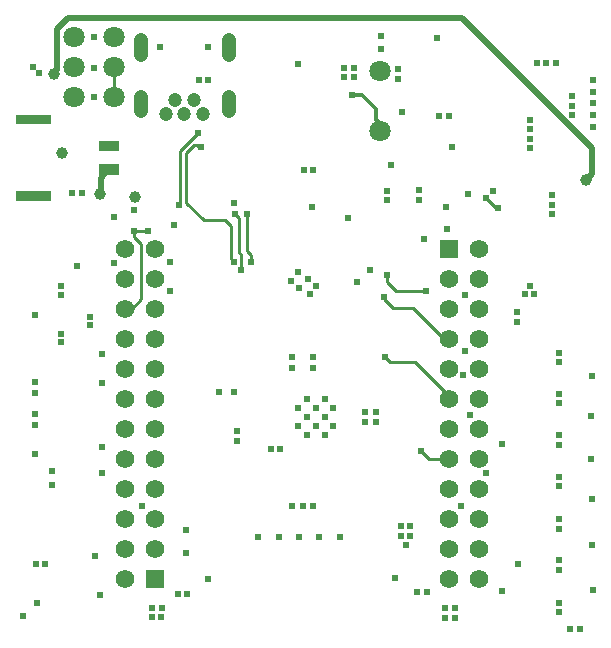
<source format=gbl>
G04 Layer: BottomLayer*
G04 EasyEDA v6.4.25, 2021-10-04T21:02:54--4:00*
G04 e5a6d802368343aa863876e234e9a9e8,96b9eb17c6bf4bf1aa34359f555252a9,10*
G04 Gerber Generator version 0.2*
G04 Scale: 100 percent, Rotated: No, Reflected: No *
G04 Dimensions in millimeters *
G04 leading zeros omitted , absolute positions ,4 integer and 5 decimal *
%FSLAX45Y45*%
%MOMM*%

%ADD10C,0.2540*%
%ADD12C,0.3000*%
%ADD13C,0.5000*%
%ADD15C,0.6096*%
%ADD16C,1.0000*%
%ADD35C,1.8000*%
%ADD36C,1.2000*%
%ADD37R,1.5748X1.5748*%
%ADD38C,1.5748*%
%ADD39C,0.6200*%

%LPD*%
D12*
X1509999Y359989D02*
G01*
X1590161Y359989D01*
X1710077Y240073D01*
X1710077Y149908D01*
X1740042Y119931D01*
X1740042Y59989D01*
D13*
X-630026Y-480014D02*
G01*
X-620120Y-470108D01*
X-620120Y-338536D01*
X-560001Y-269999D01*
D10*
X-340009Y-789995D02*
G01*
X-340009Y-839881D01*
X-280014Y-899876D01*
X-280014Y-1370030D01*
X-357484Y-1447502D01*
X-412094Y-1447502D01*
X-219994Y-789995D02*
G01*
X-340012Y-789995D01*
X-340012Y-789998D01*
X2090008Y-2650012D02*
G01*
X2159525Y-2719529D01*
X2323993Y-2719529D01*
X1799993Y-1159997D02*
G01*
X1799993Y-1219987D01*
X1880011Y-1300002D01*
X2129988Y-1300002D01*
X2323993Y-2211532D02*
G01*
X2323993Y-2184100D01*
X2036465Y-1896572D01*
X1826661Y-1896572D01*
X1790085Y-1859996D01*
X569998Y-1119992D02*
G01*
X569998Y-989924D01*
X550054Y-969980D01*
X550054Y-680036D01*
X520009Y-649991D01*
X2739994Y-600003D02*
G01*
X2729989Y-600003D01*
X2639992Y-510009D01*
D13*
X3099963Y350057D02*
G01*
X3539891Y-89870D01*
X3539891Y-310342D01*
X3490107Y-360126D01*
D10*
X1779925Y-1349964D02*
G01*
X1779925Y-1370030D01*
X1854855Y-1444960D01*
X2025035Y-1444960D01*
X2283861Y-1703786D01*
X2323993Y-1703786D01*
X619907Y-649940D02*
G01*
X619907Y-960074D01*
X649879Y-990046D01*
X649879Y-1049990D01*
X229991Y-79989D02*
G01*
X209979Y-79989D01*
X189885Y-59895D01*
X170073Y-59895D01*
X99969Y-129999D01*
X99969Y-549864D01*
X250085Y-699975D01*
X429915Y-699975D01*
X479950Y-750018D01*
X479950Y-1020018D01*
X509927Y-1049987D01*
X40002Y-570003D02*
G01*
X50012Y-559996D01*
X50012Y-109981D01*
X199994Y39999D01*
D13*
X3141873Y308147D02*
G01*
X2440071Y1009949D01*
X-900028Y1009949D01*
X-989944Y920033D01*
X-989944Y570021D01*
X-1019916Y540049D01*
D10*
X-510011Y600019D02*
G01*
X-510011Y346019D01*
G36*
X-637499Y-25001D02*
G01*
X-637499Y-115001D01*
X-467499Y-115001D01*
X-467499Y-25001D01*
G37*
G36*
X-637499Y-224998D02*
G01*
X-637499Y-314998D01*
X-467499Y-314998D01*
X-467499Y-224998D01*
G37*
G36*
X-1337508Y194995D02*
G01*
X-1337508Y114995D01*
X-1037508Y114995D01*
X-1037508Y194995D01*
G37*
G36*
X-1337508Y-454990D02*
G01*
X-1337508Y-534990D01*
X-1037508Y-534990D01*
X-1037508Y-454990D01*
G37*
D35*
G01*
X1740072Y59964D03*
G01*
X1740072Y559937D03*
D36*
G01*
X-71988Y197454D03*
G01*
X88005Y197454D03*
G01*
X8021Y317825D03*
G01*
X168015Y317825D03*
G01*
X248000Y197454D03*
D35*
G01*
X-510011Y854019D03*
G01*
X-510011Y600019D03*
G01*
X-510011Y346019D03*
G01*
X-850016Y854019D03*
G01*
X-850016Y600019D03*
G01*
X-850016Y346019D03*
D37*
G01*
X-158094Y-3733500D03*
D38*
G01*
X-412094Y-3733500D03*
G01*
X-158094Y-3479500D03*
G01*
X-412094Y-3479500D03*
G01*
X-158094Y-3225500D03*
G01*
X-412094Y-3225500D03*
G01*
X-158094Y-2971500D03*
G01*
X-412094Y-2971500D03*
G01*
X-158094Y-2717500D03*
G01*
X-412094Y-2717500D03*
G01*
X-158094Y-2463500D03*
G01*
X-412094Y-2463500D03*
G01*
X-158094Y-2209500D03*
G01*
X-412094Y-2209500D03*
G01*
X-158094Y-1955500D03*
G01*
X-412094Y-1955500D03*
G01*
X-158094Y-1701500D03*
G01*
X-412094Y-1701500D03*
G01*
X-158094Y-1447500D03*
G01*
X-412094Y-1447500D03*
G01*
X-158094Y-1193500D03*
G01*
X-412094Y-1193500D03*
G01*
X-158094Y-939500D03*
G01*
X-412094Y-939500D03*
D37*
G01*
X2324018Y-941405D03*
D38*
G01*
X2578018Y-941405D03*
G01*
X2324018Y-1195405D03*
G01*
X2578018Y-1195405D03*
G01*
X2324018Y-1449405D03*
G01*
X2578018Y-1449405D03*
G01*
X2324018Y-1703405D03*
G01*
X2578018Y-1703405D03*
G01*
X2324018Y-1957405D03*
G01*
X2578018Y-1957405D03*
G01*
X2324018Y-2211405D03*
G01*
X2578018Y-2211405D03*
G01*
X2324018Y-2465405D03*
G01*
X2578018Y-2465405D03*
G01*
X2324018Y-2719405D03*
G01*
X2578018Y-2719405D03*
G01*
X2324018Y-2973405D03*
G01*
X2578018Y-2973405D03*
G01*
X2324018Y-3227405D03*
G01*
X2578018Y-3227405D03*
G01*
X2324018Y-3481405D03*
G01*
X2578018Y-3481405D03*
G01*
X2324018Y-3735405D03*
G01*
X2578018Y-3735405D03*
D39*
G01*
X1274008Y-2515036D03*
G01*
X1123995Y-2515036D03*
G01*
X1048989Y-2440030D03*
G01*
X1048989Y-2290018D03*
G01*
X1123995Y-2215037D03*
G01*
X1274008Y-2215037D03*
G01*
X1274008Y-2365024D03*
G01*
X1123995Y-2365024D03*
G01*
X1199001Y-2445034D03*
G01*
X1199001Y-2289027D03*
G01*
X1349014Y-2442011D03*
G01*
X1348988Y-2289027D03*
D15*
G01*
X1520007Y510001D03*
G01*
X1790009Y-1859996D03*
G01*
X-630001Y-3869999D03*
G01*
X2509997Y-2350013D03*
G01*
X-1179987Y-2429997D03*
G01*
X2460010Y-1329999D03*
G01*
X2430012Y-3120014D03*
G01*
X99994Y-3320013D03*
G01*
X2229987Y839998D03*
G01*
X-270007Y-3120014D03*
G01*
X1839996Y-230002D03*
G01*
X2739994Y-600003D03*
G01*
X290012Y769995D03*
G01*
X650006Y-1049990D03*
G01*
X199994Y39999D03*
G01*
X1180002Y-3120014D03*
G01*
X999992Y-3120014D03*
G01*
X-1279987Y-4050009D03*
G01*
X-1159997Y-3940002D03*
G01*
X-1089995Y-3610005D03*
G01*
X-710011Y-1519991D03*
G01*
X-710011Y-1589994D03*
G01*
X3550000Y489986D03*
G01*
X510001Y-1049990D03*
G01*
X99994Y-3520013D03*
G01*
X1402481Y-3380008D03*
G01*
X1057473Y-3380008D03*
G01*
X712490Y-3380008D03*
D16*
G01*
X3490005Y-359999D03*
D15*
G01*
X3009996Y69997D03*
G01*
X3369990Y190012D03*
G01*
X3229985Y629991D03*
G01*
X3369990Y269996D03*
G01*
X3149975Y629991D03*
G01*
X3369990Y350006D03*
G01*
X3069991Y629991D03*
G01*
X1960011Y-3450010D03*
G01*
X3050001Y-1319992D03*
G01*
X2970016Y-1319992D03*
G01*
X3260008Y-4020012D03*
G01*
X3260008Y-3940002D03*
G01*
X3260008Y-3660018D03*
G01*
X3260008Y-3580008D03*
G01*
X3260008Y-3310006D03*
G01*
X3260008Y-3229996D03*
G01*
X3260008Y-2870001D03*
G01*
X3260008Y-2950011D03*
G01*
X3260008Y-2599999D03*
G01*
X3260008Y-2520015D03*
G01*
X3260008Y-2249987D03*
G01*
X3260008Y-2170003D03*
G01*
X3260008Y-1900001D03*
G01*
X3260008Y-1819991D03*
G01*
X2129988Y-1300002D03*
G01*
X1780001Y-1349989D03*
G01*
X1799991Y-1159997D03*
G01*
X1920006Y-3370000D03*
G01*
X2000016Y-3289990D03*
G01*
X2090008Y-2650012D03*
G01*
X1090010Y-3120014D03*
G01*
X820008Y-2640004D03*
G01*
X1920006Y-3289990D03*
G01*
X2000016Y-3370000D03*
D16*
G01*
X-630001Y-479988D03*
D15*
G01*
X-959998Y-1659996D03*
D16*
G01*
X-949990Y-130002D03*
D15*
G01*
X899993Y-2640004D03*
G01*
X2330013Y180004D03*
G01*
X-1170005Y-3610005D03*
G01*
X1050005Y620008D03*
G01*
X3009996Y-10012D03*
G01*
X3009996Y-89997D03*
G01*
X-1179987Y-2070003D03*
G01*
X2779999Y-2589992D03*
G01*
X1869993Y-3729995D03*
G01*
X290012Y-3740002D03*
G01*
X884981Y-3380008D03*
G01*
X1229989Y-3380008D03*
G01*
X1660011Y-1119992D03*
G01*
X2450002Y-2010008D03*
G01*
X2639994Y-2840004D03*
G01*
X-959998Y-1259997D03*
G01*
X989985Y-1210010D03*
G01*
X1129990Y-1200002D03*
G01*
X1150005Y-1319992D03*
G01*
X1050005Y-1140007D03*
G01*
X1060013Y-1270005D03*
G01*
X1199992Y-1259997D03*
G01*
X-679988Y590011D03*
G01*
X-679988Y850005D03*
G01*
X3009996Y150007D03*
G01*
X620008Y-649991D03*
G01*
X1709999Y-2319990D03*
G01*
X2639994Y-510011D03*
G01*
X1750004Y859988D03*
G01*
X210002Y489986D03*
G01*
X529991Y-2480010D03*
G01*
X529991Y-2570002D03*
G01*
X2299990Y-589996D03*
G01*
X2239995Y180004D03*
G01*
X2120005Y-859998D03*
G01*
X-30002Y-1049990D03*
G01*
X-610011Y-2080011D03*
G01*
X3550000Y289986D03*
G01*
X3550000Y89987D03*
G01*
X3200013Y-570006D03*
G01*
X3200013Y-649991D03*
G01*
X3200013Y-489996D03*
D16*
G01*
X-330001Y-500004D03*
D15*
G01*
X-119994Y769995D03*
G01*
X1750004Y750006D03*
G01*
X1899991Y580003D03*
G01*
X1520007Y590011D03*
G01*
X1930013Y220009D03*
G01*
X-679988Y339999D03*
D16*
G01*
X-1019992Y539998D03*
D15*
G01*
X1509999Y359989D03*
G01*
X569996Y-1119992D03*
G01*
X520009Y-649991D03*
G01*
X-219994Y-789995D03*
G01*
X-340009Y-789995D03*
G01*
X1550004Y-1219992D03*
G01*
X2909996Y-3610005D03*
G01*
X-5Y-740008D03*
G01*
X-340009Y-610011D03*
G01*
X380004Y-2150013D03*
G01*
X-670006Y-3540003D03*
G01*
X2779999Y-3840002D03*
G01*
X2139995Y-3850010D03*
G01*
X2460010Y-1810009D03*
G01*
X2309997Y-770006D03*
G01*
X29992Y-3859992D03*
G01*
X3550000Y389986D03*
G01*
X3550000Y189986D03*
G01*
X2900014Y-1480012D03*
G01*
X2900014Y-1559996D03*
G01*
X1180002Y-270007D03*
G01*
X1099992Y-270007D03*
G01*
X2069993Y-440009D03*
G01*
X2069993Y-530001D03*
G01*
X-859998Y-470006D03*
G01*
X2490007Y-479988D03*
G01*
X2350002Y-79989D03*
G01*
X39999Y-570006D03*
G01*
X229991Y-79989D03*
G01*
X1620006Y-2319990D03*
G01*
X1709999Y-2410007D03*
G01*
X1620006Y-2410007D03*
G01*
X510001Y-2150013D03*
G01*
X-610011Y-2620015D03*
G01*
X-610011Y-2840004D03*
G01*
X290012Y489986D03*
G01*
X-1140007Y550006D03*
G01*
X-1189995Y599993D03*
G01*
X1439997Y590011D03*
G01*
X1439997Y510001D03*
G01*
X510001Y-549991D03*
G01*
X-510011Y-670006D03*
G01*
X-30002Y-1300002D03*
G01*
X-510011Y-1059997D03*
G01*
X1799991Y-530001D03*
G01*
X1799991Y-449991D03*
G01*
X110002Y-3859992D03*
G01*
X2060011Y-3850010D03*
G01*
X-100004Y-3980007D03*
G01*
X-189997Y-3980007D03*
G01*
X-189997Y-4059991D03*
G01*
X-109987Y-4059991D03*
G01*
X2290008Y-3980007D03*
G01*
X2380000Y-3980007D03*
G01*
X2380000Y-4070024D03*
G01*
X2290008Y-4070024D03*
G01*
X-959998Y-1729999D03*
G01*
X-1179987Y-2680009D03*
G01*
X1169995Y-589996D03*
G01*
X-1179987Y-1500002D03*
G01*
X-819993Y-1089995D03*
G01*
X2700014Y-449991D03*
G01*
X1469994Y-680013D03*
G01*
X999992Y-1950013D03*
G01*
X1180002Y-1950013D03*
G01*
X1180002Y-1859996D03*
G01*
X999992Y-1859996D03*
G01*
X-959998Y-1329999D03*
G01*
X-779988Y-470006D03*
G01*
X1899991Y499993D03*
G01*
X3539992Y-2019990D03*
G01*
X3530010Y-2359995D03*
G01*
X3530010Y-2720014D03*
G01*
X3539992Y-3450010D03*
G01*
X3539992Y-3059993D03*
G01*
X3350000Y-4159991D03*
G01*
X3439993Y-4159991D03*
G01*
X3009996Y-1259997D03*
G01*
X-1179987Y-2340005D03*
G01*
X-1179987Y-2159995D03*
G01*
X-1030000Y-2820014D03*
G01*
X3550000Y-3829994D03*
G01*
X-610011Y-1829998D03*
G01*
X-1030000Y-2940004D03*
D36*
X461995Y702630D02*
G01*
X461995Y822629D01*
X461995Y227624D02*
G01*
X461995Y347624D01*
X-281995Y227624D02*
G01*
X-281995Y347624D01*
X-281995Y702630D02*
G01*
X-281995Y822629D01*
M02*

</source>
